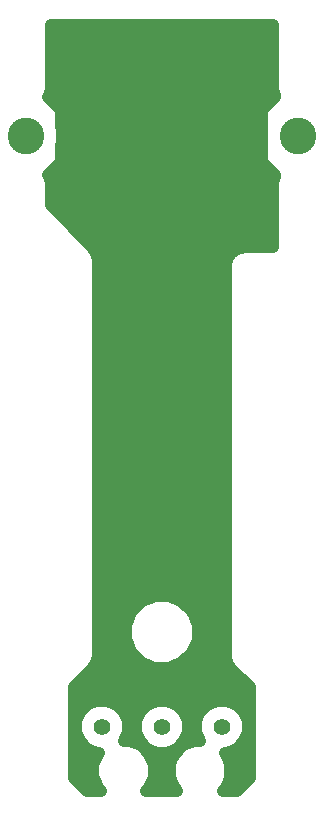
<source format=gbr>
G04 (created by PCBNEW (2013-may-18)-stable) date Пт 28 авг 2015 20:52:40*
%MOIN*%
G04 Gerber Fmt 3.4, Leading zero omitted, Abs format*
%FSLAX34Y34*%
G01*
G70*
G90*
G04 APERTURE LIST*
%ADD10C,0.00393701*%
%ADD11C,0.122047*%
%ADD12C,0.0551181*%
%ADD13C,0.0393701*%
G04 APERTURE END LIST*
G54D10*
G54D11*
X7074Y-9779D03*
X16129Y-9779D03*
G54D12*
X13601Y-29464D03*
X11601Y-29464D03*
X9601Y-29464D03*
G54D10*
G36*
X15382Y-11083D02*
X15359Y-11117D01*
X15312Y-11354D01*
X15312Y-13490D01*
X14357Y-13490D01*
X14120Y-13537D01*
X13919Y-13672D01*
X13784Y-13873D01*
X13737Y-14110D01*
X13737Y-14504D01*
X13737Y-27102D01*
X13784Y-27340D01*
X13919Y-27541D01*
X14524Y-28147D01*
X14524Y-31176D01*
X14100Y-31600D01*
X13641Y-31600D01*
X13731Y-31510D01*
X13731Y-31510D01*
X13731Y-31510D01*
X13806Y-31329D01*
X13884Y-31141D01*
X13884Y-31141D01*
X13884Y-31141D01*
X13885Y-30943D01*
X13885Y-30742D01*
X13885Y-30742D01*
X13885Y-30742D01*
X13809Y-30559D01*
X13732Y-30373D01*
X13732Y-30373D01*
X13732Y-30373D01*
X13731Y-30371D01*
X13731Y-30371D01*
X13690Y-30331D01*
X13773Y-30331D01*
X14091Y-30199D01*
X14335Y-29956D01*
X14467Y-29638D01*
X14467Y-29293D01*
X14336Y-28974D01*
X14092Y-28731D01*
X13774Y-28598D01*
X13430Y-28598D01*
X13111Y-28730D01*
X12867Y-28973D01*
X12804Y-29127D01*
X12804Y-26085D01*
X12802Y-26081D01*
X12802Y-26077D01*
X12712Y-25860D01*
X12624Y-25642D01*
X12620Y-25636D01*
X12620Y-25636D01*
X12620Y-25635D01*
X12614Y-25627D01*
X12611Y-25627D01*
X12289Y-25304D01*
X12288Y-25302D01*
X12285Y-25300D01*
X12282Y-25297D01*
X12065Y-25207D01*
X11848Y-25116D01*
X11845Y-25116D01*
X11841Y-25114D01*
X11606Y-25114D01*
X11371Y-25112D01*
X11367Y-25114D01*
X11363Y-25114D01*
X11146Y-25204D01*
X10928Y-25292D01*
X10922Y-25296D01*
X10922Y-25296D01*
X10922Y-25296D01*
X10914Y-25302D01*
X10913Y-25305D01*
X10591Y-25627D01*
X10588Y-25627D01*
X10586Y-25631D01*
X10584Y-25634D01*
X10494Y-25851D01*
X10402Y-26067D01*
X10402Y-26071D01*
X10400Y-26075D01*
X10400Y-26310D01*
X10399Y-26545D01*
X10400Y-26549D01*
X10400Y-26553D01*
X10490Y-26770D01*
X10578Y-26988D01*
X10582Y-26994D01*
X10583Y-26994D01*
X10583Y-26994D01*
X10588Y-27002D01*
X10591Y-27003D01*
X10913Y-27325D01*
X10914Y-27328D01*
X10917Y-27329D01*
X10920Y-27332D01*
X11137Y-27422D01*
X11354Y-27514D01*
X11358Y-27514D01*
X11361Y-27515D01*
X11596Y-27516D01*
X11831Y-27517D01*
X11835Y-27516D01*
X11839Y-27516D01*
X12056Y-27426D01*
X12274Y-27338D01*
X12280Y-27333D01*
X12280Y-27333D01*
X12280Y-27333D01*
X12288Y-27328D01*
X12289Y-27325D01*
X12612Y-27003D01*
X12614Y-27002D01*
X12616Y-26999D01*
X12618Y-26996D01*
X12709Y-26779D01*
X12800Y-26562D01*
X12800Y-26558D01*
X12802Y-26555D01*
X12802Y-26320D01*
X12804Y-26085D01*
X12804Y-29127D01*
X12735Y-29291D01*
X12735Y-29636D01*
X12859Y-29937D01*
X12682Y-29937D01*
X12682Y-29937D01*
X12682Y-29937D01*
X12498Y-30013D01*
X12467Y-30025D01*
X12467Y-29293D01*
X12336Y-28974D01*
X12092Y-28731D01*
X11774Y-28598D01*
X11430Y-28598D01*
X11111Y-28730D01*
X10867Y-28973D01*
X10735Y-29291D01*
X10735Y-29636D01*
X10866Y-29954D01*
X11110Y-30198D01*
X11428Y-30330D01*
X11773Y-30331D01*
X12091Y-30199D01*
X12335Y-29956D01*
X12467Y-29638D01*
X12467Y-29293D01*
X12467Y-30025D01*
X12313Y-30089D01*
X12313Y-30089D01*
X12313Y-30089D01*
X12311Y-30090D01*
X12311Y-30091D01*
X12030Y-30371D01*
X12030Y-30371D01*
X12030Y-30371D01*
X11955Y-30552D01*
X11877Y-30740D01*
X11877Y-30740D01*
X11877Y-30740D01*
X11877Y-30939D01*
X11876Y-31140D01*
X11877Y-31140D01*
X11877Y-31140D01*
X11952Y-31323D01*
X12029Y-31509D01*
X12029Y-31509D01*
X12029Y-31509D01*
X12030Y-31510D01*
X12030Y-31510D01*
X12120Y-31600D01*
X11082Y-31600D01*
X11172Y-31510D01*
X11172Y-31510D01*
X11172Y-31510D01*
X11247Y-31329D01*
X11325Y-31141D01*
X11325Y-31141D01*
X11325Y-31141D01*
X11325Y-30943D01*
X11326Y-30742D01*
X11326Y-30742D01*
X11326Y-30742D01*
X11250Y-30559D01*
X11173Y-30373D01*
X11173Y-30373D01*
X11173Y-30373D01*
X11172Y-30371D01*
X11172Y-30371D01*
X10891Y-30090D01*
X10891Y-30090D01*
X10891Y-30090D01*
X10710Y-30015D01*
X10522Y-29937D01*
X10522Y-29937D01*
X10522Y-29937D01*
X10344Y-29937D01*
X10402Y-29794D01*
X10467Y-29638D01*
X10467Y-29635D01*
X10468Y-29632D01*
X10467Y-29463D01*
X10467Y-29293D01*
X10466Y-29290D01*
X10466Y-29288D01*
X10338Y-28978D01*
X10337Y-28978D01*
X10336Y-28974D01*
X10092Y-28731D01*
X10088Y-28729D01*
X10088Y-28728D01*
X9931Y-28664D01*
X9774Y-28598D01*
X9771Y-28598D01*
X9769Y-28597D01*
X9599Y-28598D01*
X9430Y-28598D01*
X9427Y-28599D01*
X9424Y-28599D01*
X9114Y-28728D01*
X9114Y-28728D01*
X9111Y-28730D01*
X8867Y-28973D01*
X8865Y-28978D01*
X8864Y-28978D01*
X8800Y-29135D01*
X8735Y-29291D01*
X8735Y-29294D01*
X8734Y-29297D01*
X8735Y-29466D01*
X8735Y-29636D01*
X8736Y-29639D01*
X8736Y-29641D01*
X8864Y-29951D01*
X8865Y-29951D01*
X8866Y-29954D01*
X9110Y-30198D01*
X9114Y-30200D01*
X9114Y-30201D01*
X9271Y-30265D01*
X9428Y-30330D01*
X9431Y-30330D01*
X9433Y-30332D01*
X9511Y-30331D01*
X9471Y-30371D01*
X9471Y-30371D01*
X9471Y-30371D01*
X9396Y-30552D01*
X9318Y-30740D01*
X9318Y-30740D01*
X9318Y-30740D01*
X9318Y-30939D01*
X9317Y-31140D01*
X9317Y-31140D01*
X9317Y-31140D01*
X9393Y-31323D01*
X9470Y-31509D01*
X9470Y-31509D01*
X9470Y-31509D01*
X9471Y-31510D01*
X9471Y-31510D01*
X9561Y-31600D01*
X9102Y-31600D01*
X8678Y-31176D01*
X8678Y-28147D01*
X9284Y-27541D01*
X9418Y-27340D01*
X9418Y-27340D01*
X9465Y-27102D01*
X9465Y-14110D01*
X9465Y-13913D01*
X9418Y-13676D01*
X9418Y-13676D01*
X9284Y-13475D01*
X7890Y-12082D01*
X7890Y-11354D01*
X7843Y-11117D01*
X7820Y-11083D01*
X8255Y-10648D01*
X8255Y-10069D01*
X8273Y-10027D01*
X8273Y-10023D01*
X8274Y-10019D01*
X8274Y-9784D01*
X8276Y-9549D01*
X8275Y-9546D01*
X8275Y-9542D01*
X8255Y-9493D01*
X8255Y-8910D01*
X7820Y-8476D01*
X7843Y-8442D01*
X7890Y-8205D01*
X7890Y-6069D01*
X15312Y-6069D01*
X15312Y-8205D01*
X15359Y-8442D01*
X15382Y-8476D01*
X14948Y-8910D01*
X14948Y-9490D01*
X14930Y-9532D01*
X14930Y-9536D01*
X14928Y-9540D01*
X14928Y-9775D01*
X14926Y-10010D01*
X14928Y-10013D01*
X14928Y-10017D01*
X14948Y-10065D01*
X14948Y-10648D01*
X15382Y-11083D01*
X15382Y-11083D01*
G37*
G54D13*
X15382Y-11083D02*
X15359Y-11117D01*
X15312Y-11354D01*
X15312Y-13490D01*
X14357Y-13490D01*
X14120Y-13537D01*
X13919Y-13672D01*
X13784Y-13873D01*
X13737Y-14110D01*
X13737Y-14504D01*
X13737Y-27102D01*
X13784Y-27340D01*
X13919Y-27541D01*
X14524Y-28147D01*
X14524Y-31176D01*
X14100Y-31600D01*
X13641Y-31600D01*
X13731Y-31510D01*
X13731Y-31510D01*
X13731Y-31510D01*
X13806Y-31329D01*
X13884Y-31141D01*
X13884Y-31141D01*
X13884Y-31141D01*
X13885Y-30943D01*
X13885Y-30742D01*
X13885Y-30742D01*
X13885Y-30742D01*
X13809Y-30559D01*
X13732Y-30373D01*
X13732Y-30373D01*
X13732Y-30373D01*
X13731Y-30371D01*
X13731Y-30371D01*
X13690Y-30331D01*
X13773Y-30331D01*
X14091Y-30199D01*
X14335Y-29956D01*
X14467Y-29638D01*
X14467Y-29293D01*
X14336Y-28974D01*
X14092Y-28731D01*
X13774Y-28598D01*
X13430Y-28598D01*
X13111Y-28730D01*
X12867Y-28973D01*
X12804Y-29127D01*
X12804Y-26085D01*
X12802Y-26081D01*
X12802Y-26077D01*
X12712Y-25860D01*
X12624Y-25642D01*
X12620Y-25636D01*
X12620Y-25636D01*
X12620Y-25635D01*
X12614Y-25627D01*
X12611Y-25627D01*
X12289Y-25304D01*
X12288Y-25302D01*
X12285Y-25300D01*
X12282Y-25297D01*
X12065Y-25207D01*
X11848Y-25116D01*
X11845Y-25116D01*
X11841Y-25114D01*
X11606Y-25114D01*
X11371Y-25112D01*
X11367Y-25114D01*
X11363Y-25114D01*
X11146Y-25204D01*
X10928Y-25292D01*
X10922Y-25296D01*
X10922Y-25296D01*
X10922Y-25296D01*
X10914Y-25302D01*
X10913Y-25305D01*
X10591Y-25627D01*
X10588Y-25627D01*
X10586Y-25631D01*
X10584Y-25634D01*
X10494Y-25851D01*
X10402Y-26067D01*
X10402Y-26071D01*
X10400Y-26075D01*
X10400Y-26310D01*
X10399Y-26545D01*
X10400Y-26549D01*
X10400Y-26553D01*
X10490Y-26770D01*
X10578Y-26988D01*
X10582Y-26994D01*
X10583Y-26994D01*
X10583Y-26994D01*
X10588Y-27002D01*
X10591Y-27003D01*
X10913Y-27325D01*
X10914Y-27328D01*
X10917Y-27329D01*
X10920Y-27332D01*
X11137Y-27422D01*
X11354Y-27514D01*
X11358Y-27514D01*
X11361Y-27515D01*
X11596Y-27516D01*
X11831Y-27517D01*
X11835Y-27516D01*
X11839Y-27516D01*
X12056Y-27426D01*
X12274Y-27338D01*
X12280Y-27333D01*
X12280Y-27333D01*
X12280Y-27333D01*
X12288Y-27328D01*
X12289Y-27325D01*
X12612Y-27003D01*
X12614Y-27002D01*
X12616Y-26999D01*
X12618Y-26996D01*
X12709Y-26779D01*
X12800Y-26562D01*
X12800Y-26558D01*
X12802Y-26555D01*
X12802Y-26320D01*
X12804Y-26085D01*
X12804Y-29127D01*
X12735Y-29291D01*
X12735Y-29636D01*
X12859Y-29937D01*
X12682Y-29937D01*
X12682Y-29937D01*
X12682Y-29937D01*
X12498Y-30013D01*
X12467Y-30025D01*
X12467Y-29293D01*
X12336Y-28974D01*
X12092Y-28731D01*
X11774Y-28598D01*
X11430Y-28598D01*
X11111Y-28730D01*
X10867Y-28973D01*
X10735Y-29291D01*
X10735Y-29636D01*
X10866Y-29954D01*
X11110Y-30198D01*
X11428Y-30330D01*
X11773Y-30331D01*
X12091Y-30199D01*
X12335Y-29956D01*
X12467Y-29638D01*
X12467Y-29293D01*
X12467Y-30025D01*
X12313Y-30089D01*
X12313Y-30089D01*
X12313Y-30089D01*
X12311Y-30090D01*
X12311Y-30091D01*
X12030Y-30371D01*
X12030Y-30371D01*
X12030Y-30371D01*
X11955Y-30552D01*
X11877Y-30740D01*
X11877Y-30740D01*
X11877Y-30740D01*
X11877Y-30939D01*
X11876Y-31140D01*
X11877Y-31140D01*
X11877Y-31140D01*
X11952Y-31323D01*
X12029Y-31509D01*
X12029Y-31509D01*
X12029Y-31509D01*
X12030Y-31510D01*
X12030Y-31510D01*
X12120Y-31600D01*
X11082Y-31600D01*
X11172Y-31510D01*
X11172Y-31510D01*
X11172Y-31510D01*
X11247Y-31329D01*
X11325Y-31141D01*
X11325Y-31141D01*
X11325Y-31141D01*
X11325Y-30943D01*
X11326Y-30742D01*
X11326Y-30742D01*
X11326Y-30742D01*
X11250Y-30559D01*
X11173Y-30373D01*
X11173Y-30373D01*
X11173Y-30373D01*
X11172Y-30371D01*
X11172Y-30371D01*
X10891Y-30090D01*
X10891Y-30090D01*
X10891Y-30090D01*
X10710Y-30015D01*
X10522Y-29937D01*
X10522Y-29937D01*
X10522Y-29937D01*
X10344Y-29937D01*
X10402Y-29794D01*
X10467Y-29638D01*
X10467Y-29635D01*
X10468Y-29632D01*
X10467Y-29463D01*
X10467Y-29293D01*
X10466Y-29290D01*
X10466Y-29288D01*
X10338Y-28978D01*
X10337Y-28978D01*
X10336Y-28974D01*
X10092Y-28731D01*
X10088Y-28729D01*
X10088Y-28728D01*
X9931Y-28664D01*
X9774Y-28598D01*
X9771Y-28598D01*
X9769Y-28597D01*
X9599Y-28598D01*
X9430Y-28598D01*
X9427Y-28599D01*
X9424Y-28599D01*
X9114Y-28728D01*
X9114Y-28728D01*
X9111Y-28730D01*
X8867Y-28973D01*
X8865Y-28978D01*
X8864Y-28978D01*
X8800Y-29135D01*
X8735Y-29291D01*
X8735Y-29294D01*
X8734Y-29297D01*
X8735Y-29466D01*
X8735Y-29636D01*
X8736Y-29639D01*
X8736Y-29641D01*
X8864Y-29951D01*
X8865Y-29951D01*
X8866Y-29954D01*
X9110Y-30198D01*
X9114Y-30200D01*
X9114Y-30201D01*
X9271Y-30265D01*
X9428Y-30330D01*
X9431Y-30330D01*
X9433Y-30332D01*
X9511Y-30331D01*
X9471Y-30371D01*
X9471Y-30371D01*
X9471Y-30371D01*
X9396Y-30552D01*
X9318Y-30740D01*
X9318Y-30740D01*
X9318Y-30740D01*
X9318Y-30939D01*
X9317Y-31140D01*
X9317Y-31140D01*
X9317Y-31140D01*
X9393Y-31323D01*
X9470Y-31509D01*
X9470Y-31509D01*
X9470Y-31509D01*
X9471Y-31510D01*
X9471Y-31510D01*
X9561Y-31600D01*
X9102Y-31600D01*
X8678Y-31176D01*
X8678Y-28147D01*
X9284Y-27541D01*
X9418Y-27340D01*
X9418Y-27340D01*
X9465Y-27102D01*
X9465Y-14110D01*
X9465Y-13913D01*
X9418Y-13676D01*
X9418Y-13676D01*
X9284Y-13475D01*
X7890Y-12082D01*
X7890Y-11354D01*
X7843Y-11117D01*
X7820Y-11083D01*
X8255Y-10648D01*
X8255Y-10069D01*
X8273Y-10027D01*
X8273Y-10023D01*
X8274Y-10019D01*
X8274Y-9784D01*
X8276Y-9549D01*
X8275Y-9546D01*
X8275Y-9542D01*
X8255Y-9493D01*
X8255Y-8910D01*
X7820Y-8476D01*
X7843Y-8442D01*
X7890Y-8205D01*
X7890Y-6069D01*
X15312Y-6069D01*
X15312Y-8205D01*
X15359Y-8442D01*
X15382Y-8476D01*
X14948Y-8910D01*
X14948Y-9490D01*
X14930Y-9532D01*
X14930Y-9536D01*
X14928Y-9540D01*
X14928Y-9775D01*
X14926Y-10010D01*
X14928Y-10013D01*
X14928Y-10017D01*
X14948Y-10065D01*
X14948Y-10648D01*
X15382Y-11083D01*
M02*

</source>
